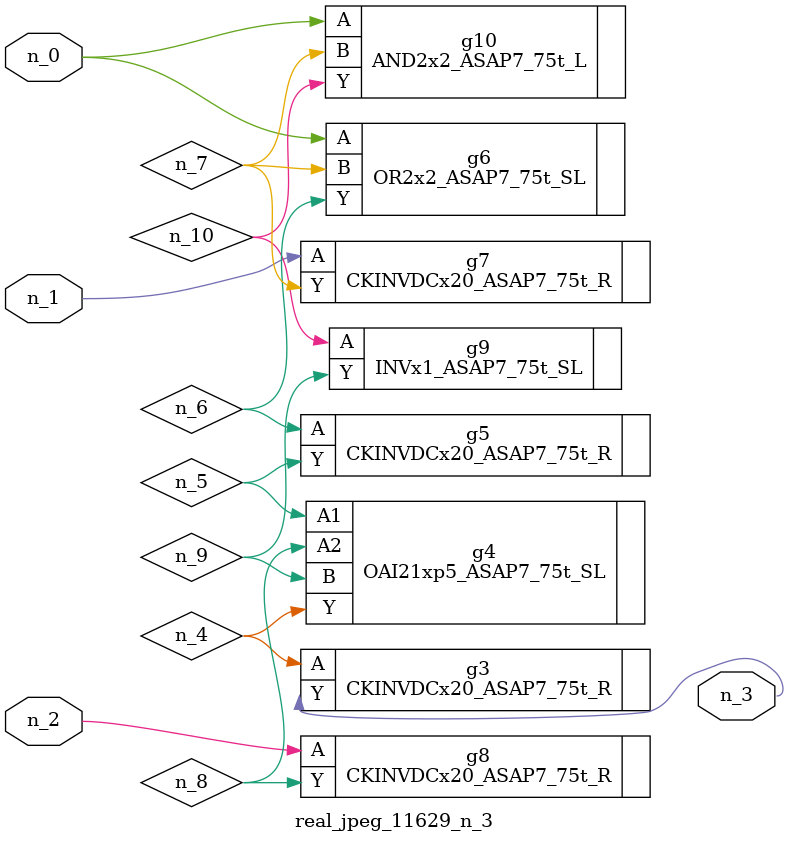
<source format=v>
module real_jpeg_11629_n_3 (n_1, n_0, n_2, n_3);

input n_1;
input n_0;
input n_2;

output n_3;

wire n_5;
wire n_4;
wire n_8;
wire n_6;
wire n_7;
wire n_10;
wire n_9;

OR2x2_ASAP7_75t_SL g6 ( 
.A(n_0),
.B(n_7),
.Y(n_6)
);

AND2x2_ASAP7_75t_L g10 ( 
.A(n_0),
.B(n_7),
.Y(n_10)
);

CKINVDCx20_ASAP7_75t_R g7 ( 
.A(n_1),
.Y(n_7)
);

CKINVDCx20_ASAP7_75t_R g8 ( 
.A(n_2),
.Y(n_8)
);

CKINVDCx20_ASAP7_75t_R g3 ( 
.A(n_4),
.Y(n_3)
);

OAI21xp5_ASAP7_75t_SL g4 ( 
.A1(n_5),
.A2(n_8),
.B(n_9),
.Y(n_4)
);

CKINVDCx20_ASAP7_75t_R g5 ( 
.A(n_6),
.Y(n_5)
);

INVx1_ASAP7_75t_SL g9 ( 
.A(n_10),
.Y(n_9)
);


endmodule
</source>
